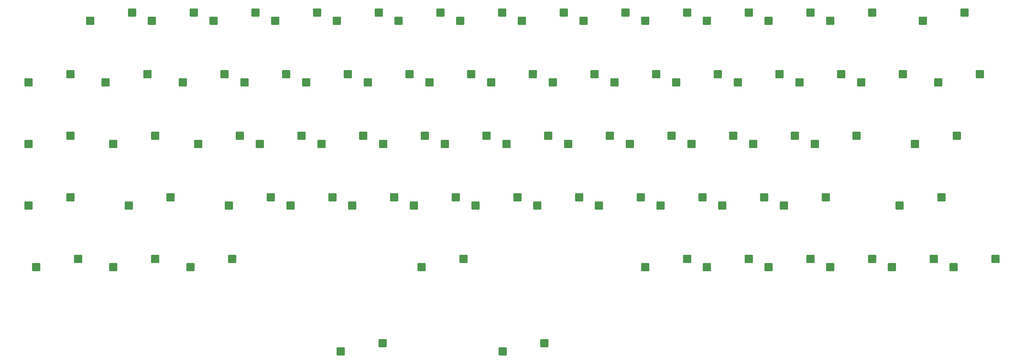
<source format=gbp>
G04 #@! TF.GenerationSoftware,KiCad,Pcbnew,(6.0.5)*
G04 #@! TF.CreationDate,2022-06-26T11:05:20-04:00*
G04 #@! TF.ProjectId,pico_keyboard_v1,7069636f-5f6b-4657-9962-6f6172645f76,rev?*
G04 #@! TF.SameCoordinates,Original*
G04 #@! TF.FileFunction,Paste,Bot*
G04 #@! TF.FilePolarity,Positive*
%FSLAX46Y46*%
G04 Gerber Fmt 4.6, Leading zero omitted, Abs format (unit mm)*
G04 Created by KiCad (PCBNEW (6.0.5)) date 2022-06-26 11:05:20*
%MOMM*%
%LPD*%
G01*
G04 APERTURE LIST*
G04 Aperture macros list*
%AMRoundRect*
0 Rectangle with rounded corners*
0 $1 Rounding radius*
0 $2 $3 $4 $5 $6 $7 $8 $9 X,Y pos of 4 corners*
0 Add a 4 corners polygon primitive as box body*
4,1,4,$2,$3,$4,$5,$6,$7,$8,$9,$2,$3,0*
0 Add four circle primitives for the rounded corners*
1,1,$1+$1,$2,$3*
1,1,$1+$1,$4,$5*
1,1,$1+$1,$6,$7*
1,1,$1+$1,$8,$9*
0 Add four rect primitives between the rounded corners*
20,1,$1+$1,$2,$3,$4,$5,0*
20,1,$1+$1,$4,$5,$6,$7,0*
20,1,$1+$1,$6,$7,$8,$9,0*
20,1,$1+$1,$8,$9,$2,$3,0*%
G04 Aperture macros list end*
%ADD10RoundRect,0.250000X-1.025000X-1.000000X1.025000X-1.000000X1.025000X1.000000X-1.025000X1.000000X0*%
G04 APERTURE END LIST*
D10*
X270490000Y-86985000D03*
X283417000Y-84445000D03*
X157383750Y-189185000D03*
X170310750Y-186645000D03*
X251440000Y-86985000D03*
X264367000Y-84445000D03*
X289540000Y-163185000D03*
X302467000Y-160645000D03*
X146665000Y-106035000D03*
X159592000Y-103495000D03*
X275252500Y-144135000D03*
X288179500Y-141595000D03*
X308590000Y-86985000D03*
X321517000Y-84445000D03*
X184765000Y-106035000D03*
X197692000Y-103495000D03*
X141902500Y-144135000D03*
X154829500Y-141595000D03*
X122852500Y-144135000D03*
X135779500Y-141595000D03*
X289540000Y-86985000D03*
X302467000Y-84445000D03*
X341927500Y-106035000D03*
X354854500Y-103495000D03*
X308590000Y-163185000D03*
X321517000Y-160645000D03*
X207383750Y-189185000D03*
X220310750Y-186645000D03*
X110946250Y-163185000D03*
X123873250Y-160645000D03*
X84752500Y-106035000D03*
X97679500Y-103495000D03*
X218102500Y-144135000D03*
X231029500Y-141595000D03*
X284777500Y-125085000D03*
X297704500Y-122545000D03*
X87133750Y-125085000D03*
X100060750Y-122545000D03*
X251439999Y-163185000D03*
X264366999Y-160645000D03*
X199052500Y-144135000D03*
X211979500Y-141595000D03*
X303827500Y-125085000D03*
X316754500Y-122545000D03*
X237152500Y-144135000D03*
X250079500Y-141595000D03*
X241915000Y-106035000D03*
X254842000Y-103495000D03*
X213340000Y-86985000D03*
X226267000Y-84445000D03*
X327640000Y-163185000D03*
X340567000Y-160645000D03*
X265727500Y-125085000D03*
X278654500Y-122545000D03*
X256202500Y-144135000D03*
X269129500Y-141595000D03*
X318115000Y-106035000D03*
X331042000Y-103495000D03*
X182383750Y-163185000D03*
X195310750Y-160645000D03*
X246677500Y-125085000D03*
X259604500Y-122545000D03*
X60940000Y-106035000D03*
X73867000Y-103495000D03*
X203815000Y-106035000D03*
X216742000Y-103495000D03*
X108565000Y-106035000D03*
X121492000Y-103495000D03*
X222865000Y-106035000D03*
X235792000Y-103495000D03*
X113327500Y-125085000D03*
X126254500Y-122545000D03*
X334783750Y-125085000D03*
X347710750Y-122545000D03*
X270490000Y-163185000D03*
X283417000Y-160645000D03*
X208577500Y-125085000D03*
X221504500Y-122545000D03*
X165715000Y-106035000D03*
X178642000Y-103495000D03*
X175240000Y-86985000D03*
X188167000Y-84445000D03*
X346690000Y-163185000D03*
X359617000Y-160645000D03*
X299065000Y-106035000D03*
X311992000Y-103495000D03*
X280015000Y-106035000D03*
X292942000Y-103495000D03*
X160952500Y-144135000D03*
X173879500Y-141595000D03*
X260965000Y-106035000D03*
X273892000Y-103495000D03*
X91896250Y-144135000D03*
X104823250Y-141595000D03*
X118090000Y-86985000D03*
X131017000Y-84445000D03*
X170477500Y-125085000D03*
X183404500Y-122545000D03*
X189527500Y-125085000D03*
X202454500Y-122545000D03*
X60940000Y-144135000D03*
X73867000Y-141595000D03*
X127615000Y-106035000D03*
X140542000Y-103495000D03*
X180002500Y-144135000D03*
X192929500Y-141595000D03*
X151427500Y-125085000D03*
X164354500Y-122545000D03*
X156190000Y-86985000D03*
X169117000Y-84445000D03*
X87133750Y-163185000D03*
X100060750Y-160645000D03*
X227627500Y-125085000D03*
X240554500Y-122545000D03*
X337165000Y-86985000D03*
X350092000Y-84445000D03*
X294302500Y-144135000D03*
X307229500Y-141595000D03*
X60940000Y-125085000D03*
X73867000Y-122545000D03*
X232390000Y-86985000D03*
X245317000Y-84445000D03*
X137140000Y-86985000D03*
X150067000Y-84445000D03*
X330021250Y-144135000D03*
X342948250Y-141595000D03*
X194290000Y-86985000D03*
X207217000Y-84445000D03*
X99040000Y-86985000D03*
X111967000Y-84445000D03*
X79990000Y-86985000D03*
X92917000Y-84445000D03*
X132377500Y-125085000D03*
X145304500Y-122545000D03*
X63321250Y-163185000D03*
X76248250Y-160645000D03*
M02*

</source>
